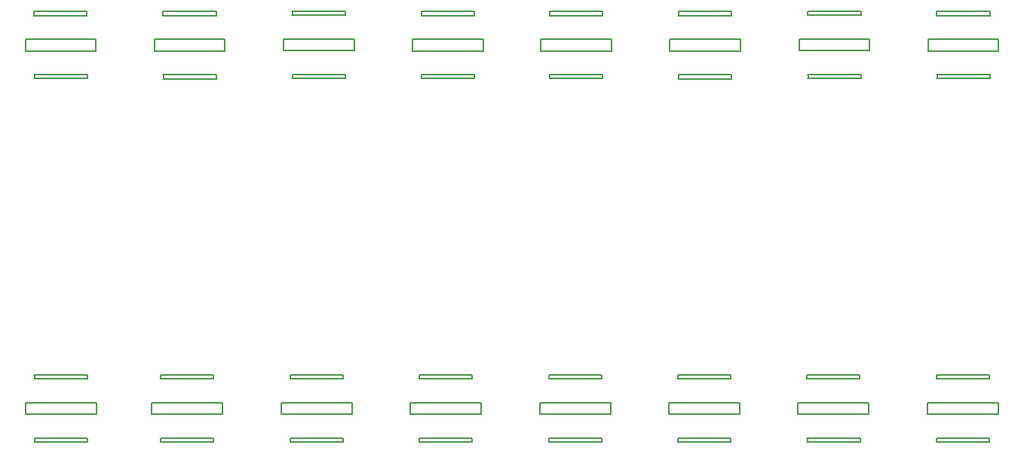
<source format=gbr>
G04 #@! TF.FileFunction,Other,ECO1*
%FSLAX46Y46*%
G04 Gerber Fmt 4.6, Leading zero omitted, Abs format (unit mm)*
G04 Created by KiCad (PCBNEW 0.201508280901+6131~28~ubuntu14.04.1-product) date Tue 20 Oct 2015 04:27:25 PM COT*
%MOMM*%
G01*
G04 APERTURE LIST*
%ADD10C,0.100000*%
%ADD11C,0.200000*%
G04 APERTURE END LIST*
D10*
D11*
X94840000Y-111490000D02*
X100780000Y-111490000D01*
X94850000Y-111490000D02*
X94850000Y-111940000D01*
X94840000Y-111940000D02*
X100780000Y-111940000D01*
X100780000Y-111940000D02*
X100780000Y-111490000D01*
X100790000Y-119050000D02*
X100790000Y-118600000D01*
X94850000Y-119050000D02*
X100790000Y-119050000D01*
X94860000Y-118600000D02*
X94860000Y-119050000D01*
X94850000Y-118600000D02*
X100790000Y-118600000D01*
X93840000Y-114620000D02*
X93840000Y-115920000D01*
X93840000Y-114620000D02*
X101790000Y-114620000D01*
X101790000Y-114620000D02*
X101790000Y-115920000D01*
X101790000Y-115920000D02*
X93840000Y-115920000D01*
X115980000Y-115930000D02*
X108030000Y-115930000D01*
X115980000Y-114630000D02*
X115980000Y-115930000D01*
X108030000Y-114630000D02*
X115980000Y-114630000D01*
X108030000Y-114630000D02*
X108030000Y-115930000D01*
X109040000Y-118610000D02*
X114980000Y-118610000D01*
X109050000Y-118610000D02*
X109050000Y-119060000D01*
X109040000Y-119060000D02*
X114980000Y-119060000D01*
X114980000Y-119060000D02*
X114980000Y-118610000D01*
X114970000Y-111950000D02*
X114970000Y-111500000D01*
X109030000Y-111950000D02*
X114970000Y-111950000D01*
X109040000Y-111500000D02*
X109040000Y-111950000D01*
X109030000Y-111500000D02*
X114970000Y-111500000D01*
X138060000Y-111490000D02*
X144000000Y-111490000D01*
X138070000Y-111490000D02*
X138070000Y-111940000D01*
X138060000Y-111940000D02*
X144000000Y-111940000D01*
X144000000Y-111940000D02*
X144000000Y-111490000D01*
X144010000Y-119050000D02*
X144010000Y-118600000D01*
X138070000Y-119050000D02*
X144010000Y-119050000D01*
X138080000Y-118600000D02*
X138080000Y-119050000D01*
X138070000Y-118600000D02*
X144010000Y-118600000D01*
X137060000Y-114620000D02*
X137060000Y-115920000D01*
X137060000Y-114620000D02*
X145010000Y-114620000D01*
X145010000Y-114620000D02*
X145010000Y-115920000D01*
X145010000Y-115920000D02*
X137060000Y-115920000D01*
X130510000Y-115930000D02*
X122560000Y-115930000D01*
X130510000Y-114630000D02*
X130510000Y-115930000D01*
X122560000Y-114630000D02*
X130510000Y-114630000D01*
X122560000Y-114630000D02*
X122560000Y-115930000D01*
X123570000Y-118610000D02*
X129510000Y-118610000D01*
X123580000Y-118610000D02*
X123580000Y-119060000D01*
X123570000Y-119060000D02*
X129510000Y-119060000D01*
X129510000Y-119060000D02*
X129510000Y-118610000D01*
X129500000Y-111950000D02*
X129500000Y-111500000D01*
X123560000Y-111950000D02*
X129500000Y-111950000D01*
X123570000Y-111500000D02*
X123570000Y-111950000D01*
X123560000Y-111500000D02*
X129500000Y-111500000D01*
X181610000Y-111490000D02*
X187550000Y-111490000D01*
X181620000Y-111490000D02*
X181620000Y-111940000D01*
X181610000Y-111940000D02*
X187550000Y-111940000D01*
X187550000Y-111940000D02*
X187550000Y-111490000D01*
X187560000Y-119050000D02*
X187560000Y-118600000D01*
X181620000Y-119050000D02*
X187560000Y-119050000D01*
X181630000Y-118600000D02*
X181630000Y-119050000D01*
X181620000Y-118600000D02*
X187560000Y-118600000D01*
X180610000Y-114620000D02*
X180610000Y-115920000D01*
X180610000Y-114620000D02*
X188560000Y-114620000D01*
X188560000Y-114620000D02*
X188560000Y-115920000D01*
X188560000Y-115920000D02*
X180610000Y-115920000D01*
X203080000Y-115920000D02*
X195130000Y-115920000D01*
X203080000Y-114620000D02*
X203080000Y-115920000D01*
X195130000Y-114620000D02*
X203080000Y-114620000D01*
X195130000Y-114620000D02*
X195130000Y-115920000D01*
X196140000Y-118600000D02*
X202080000Y-118600000D01*
X196150000Y-118600000D02*
X196150000Y-119050000D01*
X196140000Y-119050000D02*
X202080000Y-119050000D01*
X202080000Y-119050000D02*
X202080000Y-118600000D01*
X202070000Y-111940000D02*
X202070000Y-111490000D01*
X196130000Y-111940000D02*
X202070000Y-111940000D01*
X196140000Y-111490000D02*
X196140000Y-111940000D01*
X196130000Y-111490000D02*
X202070000Y-111490000D01*
X167070000Y-111500000D02*
X173010000Y-111500000D01*
X167080000Y-111500000D02*
X167080000Y-111950000D01*
X167070000Y-111950000D02*
X173010000Y-111950000D01*
X173010000Y-111950000D02*
X173010000Y-111500000D01*
X173020000Y-119060000D02*
X173020000Y-118610000D01*
X167080000Y-119060000D02*
X173020000Y-119060000D01*
X167090000Y-118610000D02*
X167090000Y-119060000D01*
X167080000Y-118610000D02*
X173020000Y-118610000D01*
X166070000Y-114630000D02*
X166070000Y-115930000D01*
X166070000Y-114630000D02*
X174020000Y-114630000D01*
X174020000Y-114630000D02*
X174020000Y-115930000D01*
X174020000Y-115930000D02*
X166070000Y-115930000D01*
X159540000Y-115920000D02*
X151590000Y-115920000D01*
X159540000Y-114620000D02*
X159540000Y-115920000D01*
X151590000Y-114620000D02*
X159540000Y-114620000D01*
X151590000Y-114620000D02*
X151590000Y-115920000D01*
X152600000Y-118600000D02*
X158540000Y-118600000D01*
X152610000Y-118600000D02*
X152610000Y-119050000D01*
X152600000Y-119050000D02*
X158540000Y-119050000D01*
X158540000Y-119050000D02*
X158540000Y-118600000D01*
X158530000Y-111940000D02*
X158530000Y-111490000D01*
X152590000Y-111940000D02*
X158530000Y-111940000D01*
X152600000Y-111490000D02*
X152600000Y-111940000D01*
X152590000Y-111490000D02*
X158530000Y-111490000D01*
X152730000Y-70610000D02*
X158670000Y-70610000D01*
X152740000Y-70610000D02*
X152740000Y-71060000D01*
X152730000Y-71060000D02*
X158670000Y-71060000D01*
X158670000Y-71060000D02*
X158670000Y-70610000D01*
X158680000Y-78170000D02*
X158680000Y-77720000D01*
X152740000Y-78170000D02*
X158680000Y-78170000D01*
X152750000Y-77720000D02*
X152750000Y-78170000D01*
X152740000Y-77720000D02*
X158680000Y-77720000D01*
X151730000Y-73740000D02*
X151730000Y-75040000D01*
X151730000Y-73740000D02*
X159680000Y-73740000D01*
X159680000Y-73740000D02*
X159680000Y-75040000D01*
X159680000Y-75040000D02*
X151730000Y-75040000D01*
X174160000Y-75050000D02*
X166210000Y-75050000D01*
X174160000Y-73750000D02*
X174160000Y-75050000D01*
X166210000Y-73750000D02*
X174160000Y-73750000D01*
X166210000Y-73750000D02*
X166210000Y-75050000D01*
X167220000Y-77730000D02*
X173160000Y-77730000D01*
X167230000Y-77730000D02*
X167230000Y-78180000D01*
X167220000Y-78180000D02*
X173160000Y-78180000D01*
X173160000Y-78180000D02*
X173160000Y-77730000D01*
X173150000Y-71070000D02*
X173150000Y-70620000D01*
X167210000Y-71070000D02*
X173150000Y-71070000D01*
X167220000Y-70620000D02*
X167220000Y-71070000D01*
X167210000Y-70620000D02*
X173150000Y-70620000D01*
X196180000Y-70610000D02*
X202120000Y-70610000D01*
X196190000Y-70610000D02*
X196190000Y-71060000D01*
X196180000Y-71060000D02*
X202120000Y-71060000D01*
X202120000Y-71060000D02*
X202120000Y-70610000D01*
X202130000Y-78170000D02*
X202130000Y-77720000D01*
X196190000Y-78170000D02*
X202130000Y-78170000D01*
X196200000Y-77720000D02*
X196200000Y-78170000D01*
X196190000Y-77720000D02*
X202130000Y-77720000D01*
X195180000Y-73740000D02*
X195180000Y-75040000D01*
X195180000Y-73740000D02*
X203130000Y-73740000D01*
X203130000Y-73740000D02*
X203130000Y-75040000D01*
X203130000Y-75040000D02*
X195180000Y-75040000D01*
X188650000Y-75030000D02*
X180700000Y-75030000D01*
X188650000Y-73730000D02*
X188650000Y-75030000D01*
X180700000Y-73730000D02*
X188650000Y-73730000D01*
X180700000Y-73730000D02*
X180700000Y-75030000D01*
X181710000Y-77710000D02*
X187650000Y-77710000D01*
X181720000Y-77710000D02*
X181720000Y-78160000D01*
X181710000Y-78160000D02*
X187650000Y-78160000D01*
X187650000Y-78160000D02*
X187650000Y-77710000D01*
X187640000Y-71050000D02*
X187640000Y-70600000D01*
X181700000Y-71050000D02*
X187640000Y-71050000D01*
X181710000Y-70600000D02*
X181710000Y-71050000D01*
X181700000Y-70600000D02*
X187640000Y-70600000D01*
X123800000Y-70600000D02*
X129740000Y-70600000D01*
X123810000Y-70600000D02*
X123810000Y-71050000D01*
X123800000Y-71050000D02*
X129740000Y-71050000D01*
X129740000Y-71050000D02*
X129740000Y-70600000D01*
X129750000Y-78160000D02*
X129750000Y-77710000D01*
X123810000Y-78160000D02*
X129750000Y-78160000D01*
X123820000Y-77710000D02*
X123820000Y-78160000D01*
X123810000Y-77710000D02*
X129750000Y-77710000D01*
X122800000Y-73730000D02*
X122800000Y-75030000D01*
X122800000Y-73730000D02*
X130750000Y-73730000D01*
X130750000Y-73730000D02*
X130750000Y-75030000D01*
X130750000Y-75030000D02*
X122800000Y-75030000D01*
X145230000Y-75040000D02*
X137280000Y-75040000D01*
X145230000Y-73740000D02*
X145230000Y-75040000D01*
X137280000Y-73740000D02*
X145230000Y-73740000D01*
X137280000Y-73740000D02*
X137280000Y-75040000D01*
X138290000Y-77720000D02*
X144230000Y-77720000D01*
X138300000Y-77720000D02*
X138300000Y-78170000D01*
X138290000Y-78170000D02*
X144230000Y-78170000D01*
X144230000Y-78170000D02*
X144230000Y-77720000D01*
X144220000Y-71060000D02*
X144220000Y-70610000D01*
X138280000Y-71060000D02*
X144220000Y-71060000D01*
X138290000Y-70610000D02*
X138290000Y-71060000D01*
X138280000Y-70610000D02*
X144220000Y-70610000D01*
X109310000Y-70620000D02*
X115250000Y-70620000D01*
X109320000Y-70620000D02*
X109320000Y-71070000D01*
X109310000Y-71070000D02*
X115250000Y-71070000D01*
X115250000Y-71070000D02*
X115250000Y-70620000D01*
X115260000Y-78180000D02*
X115260000Y-77730000D01*
X109320000Y-78180000D02*
X115260000Y-78180000D01*
X109330000Y-77730000D02*
X109330000Y-78180000D01*
X109320000Y-77730000D02*
X115260000Y-77730000D01*
X108310000Y-73750000D02*
X108310000Y-75050000D01*
X108310000Y-73750000D02*
X116260000Y-73750000D01*
X116260000Y-73750000D02*
X116260000Y-75050000D01*
X116260000Y-75050000D02*
X108310000Y-75050000D01*
X101780000Y-75040000D02*
X93830000Y-75040000D01*
X101780000Y-73740000D02*
X101780000Y-75040000D01*
X93830000Y-73740000D02*
X101780000Y-73740000D01*
X93830000Y-73740000D02*
X93830000Y-75040000D01*
X94840000Y-77720000D02*
X100780000Y-77720000D01*
X94850000Y-77720000D02*
X94850000Y-78170000D01*
X94840000Y-78170000D02*
X100780000Y-78170000D01*
X100780000Y-78170000D02*
X100780000Y-77720000D01*
X100770000Y-71060000D02*
X100770000Y-70610000D01*
X94830000Y-71060000D02*
X100770000Y-71060000D01*
X94840000Y-70610000D02*
X94840000Y-71060000D01*
X94830000Y-70610000D02*
X100770000Y-70610000D01*
M02*

</source>
